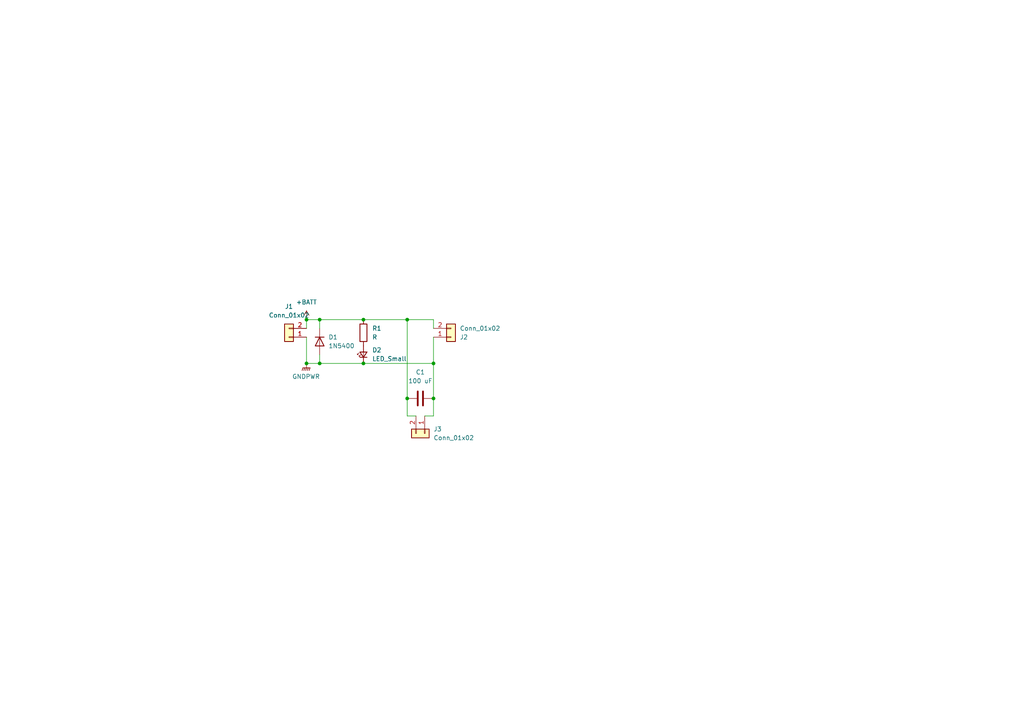
<source format=kicad_sch>
(kicad_sch (version 20250114) (generator "eeschema") (generator_version "9.0")
  (paper "A4")
  (lib_symbols
    (symbol "Connector_Generic:Conn_01x02" (pin_names (offset 1.016) (hide yes))
      (property "Reference" "J" (at 0 2.54 0))
      (property "Value" "Conn_01x02" (at 0 -5.08 0))
      (symbol "Conn_01x02_1_1"
        (rectangle (start -1.27 1.27) (end 1.27 -3.81) (stroke (width 0.254)) (fill (type background)))
        (rectangle (start -1.27 0.127) (end 0 -0.127) (stroke (width 0.1524)))
        (rectangle (start -1.27 -2.413) (end 0 -2.667) (stroke (width 0.1524)))
        (pin passive line (at -5.08 0 0) (length 3.81) (name "Pin_1") (number "1"))
        (pin passive line (at -5.08 -2.54 0) (length 3.81) (name "Pin_2") (number "2"))
      )
    )
    (symbol "Device:C" (pin_numbers (hide yes)) (pin_names (offset 0.254))
      (property "Reference" "C" (at 0.635 2.54 0))
      (property "Value" "C" (at 0.635 -2.54 0))
      (symbol "C_0_1"
        (polyline (pts (xy -2.032 0.762) (xy 2.032 0.762)) (stroke (width 0.508)))
        (polyline (pts (xy -2.032 -0.762) (xy 2.032 -0.762)) (stroke (width 0.508)))
      )
      (symbol "C_1_1"
        (pin passive line (at 0 3.81 270) (length 2.794) (name "~") (number "1"))
        (pin passive line (at 0 -3.81 90) (length 2.794) (name "~") (number "2"))
      )
    )
    (symbol "Device:LED_Small" (pin_numbers (hide yes)) (pin_names (offset 0.254) (hide yes))
      (property "Reference" "D" (at -1.27 3.175 0))
      (property "Value" "LED_Small" (at -4.445 -2.54 0))
      (symbol "LED_Small_0_1"
        (polyline (pts (xy -0.762 -1.016) (xy -0.762 1.016)) (stroke (width 0.254)))
        (polyline (pts (xy 0 0.762) (xy -0.508 1.27) (xy -0.254 1.27) (xy -0.508 1.27) (xy -0.508 1.016)))
        (polyline (pts (xy 0.508 1.27) (xy 0 1.778) (xy 0.254 1.778) (xy 0 1.778) (xy 0 1.524)))
        (polyline (pts (xy 0.762 -1.016) (xy -0.762 0) (xy 0.762 1.016) (xy 0.762 -1.016)) (stroke (width 0.254)))
        (polyline (pts (xy 1.016 0) (xy -0.762 0)))
      )
      (symbol "LED_Small_1_1"
        (pin passive line (at -2.54 0 0) (length 1.778) (name "K") (number "1"))
        (pin passive line (at 2.54 0 180) (length 1.778) (name "A") (number "2"))
      )
    )
    (symbol "Device:R" (pin_numbers (hide yes)) (pin_names (offset 0))
      (property "Reference" "R" (at 2.032 0 90))
      (property "Value" "R" (at 0 0 90))
      (symbol "R_0_1"
        (rectangle (start -1.016 -2.54) (end 1.016 2.54) (stroke (width 0.254)))
      )
      (symbol "R_1_1"
        (pin passive line (at 0 3.81 270) (length 1.27) (name "~") (number "1"))
        (pin passive line (at 0 -3.81 90) (length 1.27) (name "~") (number "2"))
      )
    )
    (symbol "Diode:1N5400" (pin_numbers (hide yes)) (pin_names (hide yes))
      (property "Reference" "D" (at 0 2.54 0))
      (property "Value" "1N5400" (at 0 -2.54 0))
      (symbol "1N5400_0_1"
        (polyline (pts (xy -1.27 1.27) (xy -1.27 -1.27)) (stroke (width 0.254)))
        (polyline (pts (xy 1.27 1.27) (xy 1.27 -1.27) (xy -1.27 0) (xy 1.27 1.27)) (stroke (width 0.254)))
        (polyline (pts (xy 1.27 0) (xy -1.27 0)))
      )
      (symbol "1N5400_1_1"
        (pin passive line (at -3.81 0 0) (length 2.54) (name "K") (number "1"))
        (pin passive line (at 3.81 0 180) (length 2.54) (name "A") (number "2"))
      )
    )
    (symbol "power:+BATT" (power) (pin_numbers (hide yes)) (pin_names (offset 0) (hide yes))
      (property "Value" "+BATT" (at 0 3.556 0))
      (symbol "+BATT_0_1"
        (polyline (pts (xy -0.762 1.27) (xy 0 2.54)))
        (polyline (pts (xy 0 2.54) (xy 0.762 1.27)))
        (polyline (pts (xy 0 0) (xy 0 2.54)))
      )
      (symbol "+BATT_1_1"
        (pin power_in line (at 0 0 90) (length 0) (name "~") (number "1"))
      )
    )
    (symbol "power:GNDPWR" (power) (pin_numbers (hide yes)) (pin_names (offset 0) (hide yes))
      (property "Value" "GNDPWR" (at 0 -3.302 0))
      (symbol "GNDPWR_0_1"
        (polyline (pts (xy -1.016 -1.27) (xy -1.27 -2.032) (xy -1.27 -2.032)) (stroke (width 0.2032)))
        (polyline (pts (xy -0.508 -1.27) (xy -0.762 -2.032) (xy -0.762 -2.032)) (stroke (width 0.2032)))
        (polyline (pts (xy 0 -1.27) (xy 0 0)))
        (polyline (pts (xy 0 -1.27) (xy -0.254 -2.032) (xy -0.254 -2.032)) (stroke (width 0.2032)))
        (polyline (pts (xy 0.508 -1.27) (xy 0.254 -2.032) (xy 0.254 -2.032)) (stroke (width 0.2032)))
        (polyline (pts (xy 1.016 -1.27) (xy -1.016 -1.27) (xy -1.016 -1.27)) (stroke (width 0.2032)))
        (polyline (pts (xy 1.016 -1.27) (xy 0.762 -2.032) (xy 0.762 -2.032) (xy 0.762 -2.032)) (stroke (width 0.2032)))
      )
      (symbol "GNDPWR_1_1"
        (pin power_in line (at 0 0 270) (length 0) (name "~") (number "1"))
      )
    )
  )
  (junction (at 88.9 105.41))
  (junction (at 118.11 115.57))
  (junction (at 92.71 105.41))
  (junction (at 92.71 92.71))
  (junction (at 105.41 92.71))
  (junction (at 125.73 115.57))
  (junction (at 88.9 92.71))
  (junction (at 118.11 92.71))
  (junction (at 105.41 105.41))
  (junction (at 125.73 105.41))
  (wire (pts (xy 125.73 92.71) (xy 125.73 95.25)))
  (wire (pts (xy 125.73 120.65) (xy 125.73 115.57)))
  (wire (pts (xy 92.71 105.41) (xy 105.41 105.41)))
  (wire (pts (xy 88.9 105.41) (xy 92.71 105.41)))
  (wire (pts (xy 92.71 95.25) (xy 92.71 92.71)))
  (wire (pts (xy 125.73 105.41) (xy 125.73 115.57)))
  (wire (pts (xy 88.9 97.79) (xy 88.9 105.41)))
  (wire (pts (xy 118.11 92.71) (xy 125.73 92.71)))
  (wire (pts (xy 88.9 92.71) (xy 92.71 92.71)))
  (wire (pts (xy 88.9 95.25) (xy 88.9 92.71)))
  (wire (pts (xy 123.19 120.65) (xy 125.73 120.65)))
  (wire (pts (xy 92.71 102.87) (xy 92.71 105.41)))
  (wire (pts (xy 118.11 120.65) (xy 118.11 115.57)))
  (wire (pts (xy 92.71 92.71) (xy 105.41 92.71)))
  (wire (pts (xy 105.41 105.41) (xy 125.73 105.41)))
  (wire (pts (xy 120.65 120.65) (xy 118.11 120.65)))
  (wire (pts (xy 118.11 92.71) (xy 118.11 115.57)))
  (wire (pts (xy 125.73 97.79) (xy 125.73 105.41)))
  (wire (pts (xy 105.41 92.71) (xy 118.11 92.71)))
  (symbol (lib_id "Device:LED_Small") (at 105.41 102.87 90) (unit 1)
    (property "Reference" "D2" (at 107.95 101.5364 90) (effects (justify right)))
    (property "Value" "LED_Small" (at 107.95 104.0764 90) (effects (justify right)))
    (property "Footprint" "LED_SMD:LED_1812_4532Metric_Pad1.30x3.40mm_HandSolder" (effects (hide yes)))
    (property "Description" "Light emitting diode, small symbol" (effects (hide yes)))
    (property "Sim.Pin" "1=K 2=A" (effects (hide yes)))
  )
  (symbol (lib_id "power:+BATT") (at 88.9 92.71 0) (unit 1)
    (property "Reference" "#PWR01" (effects (hide yes)))
    (property "Value" "+BATT" (at 88.9 87.63 0))
    (property "Description" "Power symbol creates a global label with name \"+BATT\"" (effects (hide yes)))
  )
  (symbol (lib_id "Diode:1N5400") (at 92.71 99.06 270) (unit 1)
    (property "Reference" "D1" (at 95.25 97.7899 90) (effects (justify left)))
    (property "Value" "1N5400" (at 95.25 100.3299 90) (effects (justify left)))
    (property "Footprint" "Diode_THT:D_DO-201AD_P15.24mm_Horizontal" (effects (hide yes)))
    (property "Datasheet" "http://www.vishay.com/docs/88516/1n5400.pdf" (effects (hide yes)))
    (property "Description" "50V 3A General Purpose Rectifier Diode, DO-201AD" (effects (hide yes)))
    (property "Sim.Device" "D" (effects (hide yes)))
    (property "Sim.Pins" "1=K 2=A" (effects (hide yes)))
  )
  (symbol (lib_id "Connector_Generic:Conn_01x02") (at 83.82 97.79 180) (unit 1)
    (property "Reference" "J1" (at 83.82 88.9 0))
    (property "Value" "Conn_01x02" (at 83.82 91.44 0))
    (property "Footprint" "Connector_AMASS:AMASS_XT60PW-M_1x02_P7.20mm_Horizontal" (effects (hide yes)))
    (property "Description" "Generic connector, single row, 01x02, script generated (kicad-library-utils/schlib/autogen/connector/)" (effects (hide yes)))
  )
  (symbol (lib_id "Device:R") (at 105.41 96.52 180) (unit 1)
    (property "Reference" "R1" (at 107.95 95.2499 0) (effects (justify right)))
    (property "Value" "R" (at 107.95 97.7899 0) (effects (justify right)))
    (property "Footprint" "Resistor_SMD:R_1812_4532Metric_Pad1.30x3.40mm_HandSolder" (effects (hide yes)))
    (property "Description" "Resistor" (effects (hide yes)))
  )
  (symbol (lib_id "Device:C") (at 121.92 115.57 90) (unit 1)
    (property "Reference" "C1" (at 121.92 107.95 90))
    (property "Value" "100 uF" (at 121.92 110.49 90))
    (property "Footprint" "Capacitor_THT:C_Radial_D18.0mm_H35.5mm_P7.50mm" (effects (hide yes)))
    (property "Description" "Unpolarized capacitor" (effects (hide yes)))
  )
  (symbol (lib_id "Connector_Generic:Conn_01x02") (at 123.19 125.73 270) (unit 1)
    (property "Reference" "J3" (at 125.73 124.4599 90) (effects (justify left)))
    (property "Value" "Conn_01x02" (at 125.73 126.9999 90) (effects (justify left)))
    (property "Footprint" "Connector_AMASS:AMASS_XT60PW-M_1x02_P7.20mm_Horizontal" (effects (hide yes)))
    (property "Description" "Generic connector, single row, 01x02, script generated (kicad-library-utils/schlib/autogen/connector/)" (effects (hide yes)))
  )
  (symbol (lib_id "Connector_Generic:Conn_01x02") (at 130.81 97.79 0) (mirror x) (unit 1)
    (property "Reference" "J2" (at 133.35 97.7901 0) (effects (justify left)))
    (property "Value" "Conn_01x02" (at 133.35 95.2501 0) (effects (justify left)))
    (property "Footprint" "Connector_AMASS:AMASS_XT60PW-M_1x02_P7.20mm_Horizontal" (effects (hide yes)))
    (property "Description" "Generic connector, single row, 01x02, script generated (kicad-library-utils/schlib/autogen/connector/)" (effects (hide yes)))
  )
  (symbol (lib_id "power:GNDPWR") (at 88.9 105.41 0) (unit 1)
    (property "Reference" "#PWR02" (effects (hide yes)))
    (property "Value" "GNDPWR" (at 88.773 109.22 0))
    (property "Description" "Power symbol creates a global label with name \"GNDPWR\" , global ground" (effects (hide yes)))
  )
)
</source>
